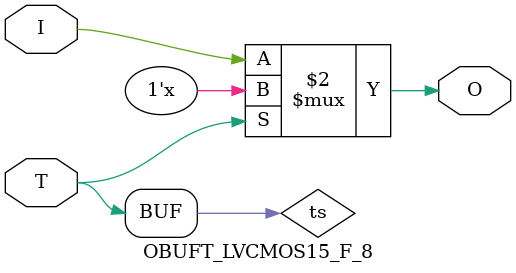
<source format=v>

/*

FUNCTION	: TRI-STATE OUTPUT BUFFER

*/

`celldefine
`timescale  100 ps / 10 ps

module OBUFT_LVCMOS15_F_8 (O, I, T);

    output O;

    input  I, T;

    or O1 (ts, 1'b0, T);
    bufif0 T1 (O, I, ts);

endmodule

</source>
